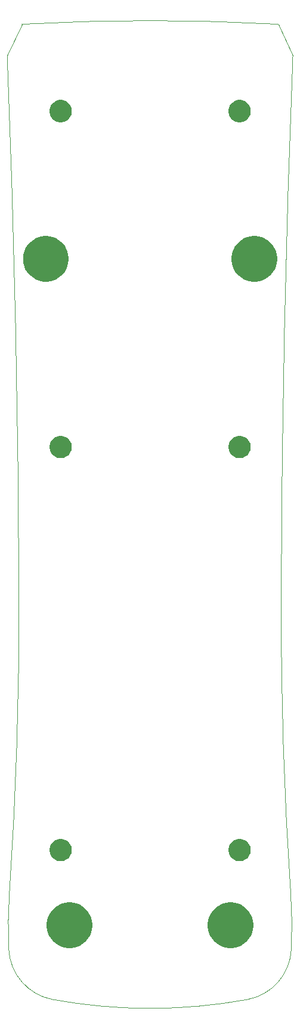
<source format=gbr>
%TF.GenerationSoftware,Altium Limited,Altium Designer,22.0.2 (36)*%
G04 Layer_Color=0*
%FSLAX45Y45*%
%MOMM*%
%TF.SameCoordinates,235A8577-C031-4008-B0C2-8E77F4E3A316*%
%TF.FilePolarity,Positive*%
%TF.FileFunction,Profile,NP*%
%TF.Part,Single*%
G01*
G75*
%TA.AperFunction,Profile*%
%ADD52C,0.02540*%
G36*
X2846653Y-12330355D02*
Y-12351583D01*
X2852195Y-12393675D01*
X2863183Y-12434683D01*
X2879430Y-12473906D01*
X2900657Y-12510673D01*
X2926502Y-12544355D01*
X2956522Y-12574375D01*
X2990204Y-12600220D01*
X3026971Y-12621447D01*
X3066194Y-12637694D01*
X3107203Y-12648683D01*
X3149294Y-12654224D01*
X3170522D01*
X3191749D01*
X3233841Y-12648683D01*
X3274849Y-12637694D01*
X3314073Y-12621447D01*
X3350840Y-12600220D01*
X3384521Y-12574375D01*
X3414542Y-12544355D01*
X3440387Y-12510673D01*
X3461614Y-12473906D01*
X3477861Y-12434683D01*
X3488849Y-12393675D01*
X3494391Y-12351583D01*
Y-12330355D01*
Y-12309128D01*
X3488849Y-12267036D01*
X3477861Y-12226028D01*
X3461614Y-12186805D01*
X3440387Y-12150038D01*
X3414542Y-12116356D01*
X3384521Y-12086336D01*
X3350840Y-12060491D01*
X3314073Y-12039263D01*
X3274849Y-12023017D01*
X3233841Y-12012028D01*
X3191749Y-12006487D01*
X3170522D01*
X3149294D01*
X3107203Y-12012028D01*
X3066194Y-12023017D01*
X3026971Y-12039263D01*
X2990204Y-12060491D01*
X2956522Y-12086336D01*
X2926502Y-12116356D01*
X2900657Y-12150038D01*
X2879430Y-12186805D01*
X2863183Y-12226028D01*
X2852195Y-12267036D01*
X2846653Y-12309128D01*
Y-12330355D01*
D01*
D02*
G37*
G36*
X560653D02*
Y-12351583D01*
X566195Y-12393675D01*
X577183Y-12434683D01*
X593430Y-12473906D01*
X614657Y-12510673D01*
X640502Y-12544355D01*
X670522Y-12574375D01*
X704204Y-12600220D01*
X740971Y-12621447D01*
X780194Y-12637694D01*
X821203Y-12648683D01*
X863294Y-12654224D01*
X884522D01*
X905749D01*
X947841Y-12648683D01*
X988849Y-12637694D01*
X1028073Y-12621447D01*
X1064840Y-12600220D01*
X1098521Y-12574375D01*
X1128542Y-12544355D01*
X1154387Y-12510673D01*
X1175614Y-12473906D01*
X1191861Y-12434683D01*
X1202849Y-12393675D01*
X1208391Y-12351583D01*
Y-12330355D01*
Y-12309128D01*
X1202849Y-12267036D01*
X1191861Y-12226028D01*
X1175614Y-12186805D01*
X1154387Y-12150038D01*
X1128542Y-12116356D01*
X1098521Y-12086336D01*
X1064840Y-12060491D01*
X1028073Y-12039263D01*
X988849Y-12023017D01*
X947841Y-12012028D01*
X905749Y-12006487D01*
X884522D01*
X863294D01*
X821203Y-12012028D01*
X780194Y-12023017D01*
X740971Y-12039263D01*
X704204Y-12060491D01*
X670522Y-12086336D01*
X640502Y-12116356D01*
X614657Y-12150038D01*
X593430Y-12186805D01*
X577183Y-12226028D01*
X566195Y-12267036D01*
X560653Y-12309128D01*
Y-12330355D01*
D01*
D02*
G37*
G36*
X3138772Y-11263572D02*
Y-11279208D01*
X3144873Y-11309878D01*
X3156840Y-11338769D01*
X3174213Y-11364769D01*
X3196325Y-11386881D01*
X3222326Y-11404255D01*
X3251216Y-11416222D01*
X3281886Y-11422322D01*
X3297522D01*
X3313157D01*
X3343827Y-11416222D01*
X3372718Y-11404255D01*
X3398719Y-11386881D01*
X3420831Y-11364769D01*
X3438204Y-11338769D01*
X3450171Y-11309878D01*
X3456272Y-11279208D01*
Y-11263572D01*
Y-11247937D01*
X3450171Y-11217267D01*
X3438204Y-11188376D01*
X3420831Y-11162375D01*
X3398719Y-11140263D01*
X3372718Y-11122890D01*
X3343827Y-11110923D01*
X3313157Y-11104822D01*
X3297522D01*
X3281886D01*
X3251216Y-11110923D01*
X3222326Y-11122890D01*
X3196325Y-11140263D01*
X3174213Y-11162375D01*
X3156840Y-11188376D01*
X3144873Y-11217267D01*
X3138772Y-11247937D01*
Y-11263572D01*
D01*
D02*
G37*
G36*
X598772D02*
Y-11279208D01*
X604873Y-11309878D01*
X616840Y-11338769D01*
X634213Y-11364769D01*
X656325Y-11386881D01*
X682326Y-11404255D01*
X711216Y-11416222D01*
X741886Y-11422322D01*
X757522D01*
X773157D01*
X803827Y-11416222D01*
X832718Y-11404255D01*
X858719Y-11386881D01*
X880831Y-11364769D01*
X898204Y-11338769D01*
X910171Y-11309878D01*
X916272Y-11279208D01*
Y-11263572D01*
Y-11247937D01*
X910171Y-11217267D01*
X898204Y-11188376D01*
X880831Y-11162375D01*
X858719Y-11140263D01*
X832718Y-11122890D01*
X803827Y-11110923D01*
X773157Y-11104822D01*
X757522D01*
X741886D01*
X711216Y-11110923D01*
X682326Y-11122890D01*
X656325Y-11140263D01*
X634213Y-11162375D01*
X616840Y-11188376D01*
X604873Y-11217267D01*
X598772Y-11247937D01*
Y-11263572D01*
D01*
D02*
G37*
G36*
X3138772Y-5548572D02*
Y-5564208D01*
X3144873Y-5594878D01*
X3156840Y-5623769D01*
X3174213Y-5649769D01*
X3196325Y-5671881D01*
X3222326Y-5689255D01*
X3251216Y-5701222D01*
X3281886Y-5707322D01*
X3297522D01*
X3313157D01*
X3343827Y-5701222D01*
X3372718Y-5689255D01*
X3398719Y-5671881D01*
X3420831Y-5649769D01*
X3438204Y-5623769D01*
X3450171Y-5594878D01*
X3456272Y-5564208D01*
Y-5548572D01*
Y-5532937D01*
X3450171Y-5502267D01*
X3438204Y-5473376D01*
X3420831Y-5447375D01*
X3398719Y-5425263D01*
X3372718Y-5407890D01*
X3343827Y-5395923D01*
X3313157Y-5389822D01*
X3297522D01*
X3281886D01*
X3251216Y-5395923D01*
X3222326Y-5407890D01*
X3196325Y-5425263D01*
X3174213Y-5447375D01*
X3156840Y-5473376D01*
X3144873Y-5502267D01*
X3138772Y-5532937D01*
Y-5548572D01*
D01*
D02*
G37*
G36*
X598772D02*
Y-5564208D01*
X604873Y-5594878D01*
X616840Y-5623769D01*
X634213Y-5649769D01*
X656325Y-5671881D01*
X682326Y-5689255D01*
X711216Y-5701222D01*
X741886Y-5707322D01*
X757522D01*
X773157D01*
X803827Y-5701222D01*
X832718Y-5689255D01*
X858719Y-5671881D01*
X880831Y-5649769D01*
X898204Y-5623769D01*
X910171Y-5594878D01*
X916272Y-5564208D01*
Y-5548572D01*
Y-5532937D01*
X910171Y-5502267D01*
X898204Y-5473376D01*
X880831Y-5447375D01*
X858719Y-5425263D01*
X832718Y-5407890D01*
X803827Y-5395923D01*
X773157Y-5389822D01*
X757522D01*
X741886D01*
X711216Y-5395923D01*
X682326Y-5407890D01*
X656325Y-5425263D01*
X634213Y-5447375D01*
X616840Y-5473376D01*
X604873Y-5502267D01*
X598772Y-5532937D01*
Y-5548572D01*
D01*
D02*
G37*
G36*
X3183203Y-2881555D02*
Y-2902783D01*
X3188745Y-2944875D01*
X3199733Y-2985883D01*
X3215980Y-3025106D01*
X3237207Y-3061873D01*
X3263052Y-3095555D01*
X3293072Y-3125575D01*
X3326754Y-3151420D01*
X3363521Y-3172647D01*
X3402744Y-3188894D01*
X3443753Y-3199883D01*
X3485844Y-3205424D01*
X3507072D01*
X3528299D01*
X3570391Y-3199883D01*
X3611399Y-3188894D01*
X3650623Y-3172647D01*
X3687390Y-3151420D01*
X3721071Y-3125575D01*
X3751092Y-3095555D01*
X3776937Y-3061873D01*
X3798164Y-3025106D01*
X3814411Y-2985883D01*
X3825399Y-2944875D01*
X3830941Y-2902783D01*
Y-2881555D01*
Y-2860328D01*
X3825399Y-2818236D01*
X3814411Y-2777228D01*
X3798164Y-2738005D01*
X3776937Y-2701238D01*
X3751092Y-2667556D01*
X3721071Y-2637536D01*
X3687390Y-2611691D01*
X3650623Y-2590463D01*
X3611399Y-2574217D01*
X3570391Y-2563228D01*
X3528299Y-2557687D01*
X3507072D01*
X3485844D01*
X3443753Y-2563228D01*
X3402744Y-2574217D01*
X3363521Y-2590463D01*
X3326754Y-2611691D01*
X3293072Y-2637536D01*
X3263052Y-2667556D01*
X3237207Y-2701238D01*
X3215980Y-2738005D01*
X3199733Y-2777228D01*
X3188745Y-2818236D01*
X3183203Y-2860328D01*
Y-2881555D01*
D01*
D02*
G37*
G36*
X3297522Y-944822D02*
X3281886D01*
X3251216Y-938722D01*
X3222326Y-926755D01*
X3196325Y-909381D01*
X3174213Y-887269D01*
X3156840Y-861269D01*
X3144873Y-832378D01*
X3138772Y-801708D01*
Y-786072D01*
Y-770437D01*
X3144873Y-739767D01*
X3156840Y-710876D01*
X3174213Y-684875D01*
X3196325Y-662763D01*
X3222326Y-645390D01*
X3251216Y-633423D01*
X3281886Y-627322D01*
X3297522D01*
X3313157D01*
X3343827Y-633423D01*
X3372718Y-645390D01*
X3398719Y-662763D01*
X3420831Y-684875D01*
X3438204Y-710876D01*
X3450171Y-739767D01*
X3456272Y-770437D01*
Y-786072D01*
Y-801708D01*
X3450171Y-832378D01*
X3438204Y-861269D01*
X3420831Y-887269D01*
X3398719Y-909381D01*
X3372718Y-926755D01*
X3343827Y-938722D01*
X3313157Y-944822D01*
X3297522D01*
D01*
D02*
G37*
G36*
X224103Y-2881555D02*
Y-2860328D01*
X229645Y-2818236D01*
X240633Y-2777228D01*
X256880Y-2738005D01*
X278107Y-2701238D01*
X303952Y-2667556D01*
X333972Y-2637536D01*
X367654Y-2611691D01*
X404421Y-2590463D01*
X443644Y-2574217D01*
X484653Y-2563228D01*
X526744Y-2557687D01*
X547972D01*
X569199D01*
X611291Y-2563228D01*
X652299Y-2574217D01*
X691523Y-2590463D01*
X728290Y-2611691D01*
X761971Y-2637536D01*
X791992Y-2667556D01*
X817837Y-2701238D01*
X839064Y-2738005D01*
X855311Y-2777228D01*
X866299Y-2818236D01*
X871841Y-2860328D01*
Y-2881555D01*
Y-2902783D01*
X866299Y-2944875D01*
X855311Y-2985883D01*
X839064Y-3025106D01*
X817837Y-3061873D01*
X791992Y-3095555D01*
X761971Y-3125575D01*
X728290Y-3151420D01*
X691523Y-3172647D01*
X652299Y-3188894D01*
X611291Y-3199883D01*
X569199Y-3205424D01*
X547972D01*
X526744D01*
X484653Y-3199883D01*
X443644Y-3188894D01*
X404421Y-3172647D01*
X367654Y-3151420D01*
X333972Y-3125575D01*
X303952Y-3095555D01*
X278107Y-3061873D01*
X256880Y-3025106D01*
X240633Y-2985883D01*
X229645Y-2944875D01*
X224103Y-2902783D01*
Y-2881555D01*
D01*
D02*
G37*
G36*
X757522Y-944822D02*
X741886D01*
X711216Y-938722D01*
X682326Y-926755D01*
X656325Y-909381D01*
X634213Y-887269D01*
X616840Y-861269D01*
X604873Y-832378D01*
X598772Y-801708D01*
Y-786072D01*
Y-770437D01*
X604873Y-739767D01*
X616840Y-710876D01*
X634213Y-684875D01*
X656325Y-662763D01*
X682326Y-645390D01*
X711216Y-633423D01*
X741886Y-627322D01*
X757522D01*
X773157D01*
X803827Y-633423D01*
X832718Y-645390D01*
X858719Y-662763D01*
X880831Y-684875D01*
X898204Y-710876D01*
X910171Y-739767D01*
X916272Y-770437D01*
Y-786072D01*
Y-801708D01*
X910171Y-832378D01*
X898204Y-861269D01*
X880831Y-887269D01*
X858719Y-909381D01*
X832718Y-926755D01*
X803827Y-938722D01*
X773157Y-944822D01*
X757522D01*
D01*
D02*
G37*
D52*
X21562Y-12667462D02*
G02*
X30872Y-11874438I7065543J313617D01*
G01*
D02*
G03*
X166330Y-7694640I-58876996J4000165D01*
G01*
D02*
G03*
X0Y-1I-207250366J-630861D01*
G01*
X208105Y446282D01*
D02*
G02*
X3846939Y446282I1819418J-32888705D01*
G01*
X4055044Y-0D01*
D02*
G03*
X3888714Y-7694641I207084082J-8325513D01*
G01*
D02*
G03*
X4024172Y-11874438I59012225J-179635D01*
G01*
D02*
G02*
X4033482Y-12667462I-7056098J-479405D01*
G01*
D02*
G02*
X3409154Y-13383682I-761772J33812D01*
G01*
D02*
G02*
X645890Y-13383682I-1381632J7539589D01*
G01*
D02*
G02*
X21562Y-12667462I137444J750033D01*
G01*
%TF.MD5,81d5672f18f92cce437bcccf3fb13253*%
M02*

</source>
